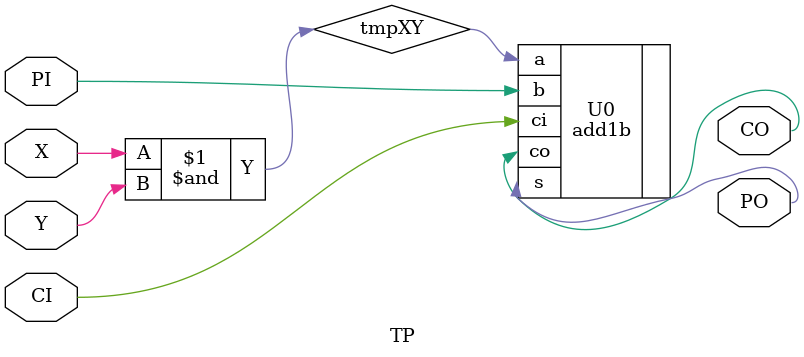
<source format=v>

module TP(
    input X,
    input Y,
    input PI,
    input CI,
    output CO,
    output PO
    );
    
    wire tmpXY; 
    add1b U0(.a(tmpXY), .b(PI), .ci(CI), .co(CO), .s(PO));
    assign tmpXY=X&Y;
endmodule

</source>
